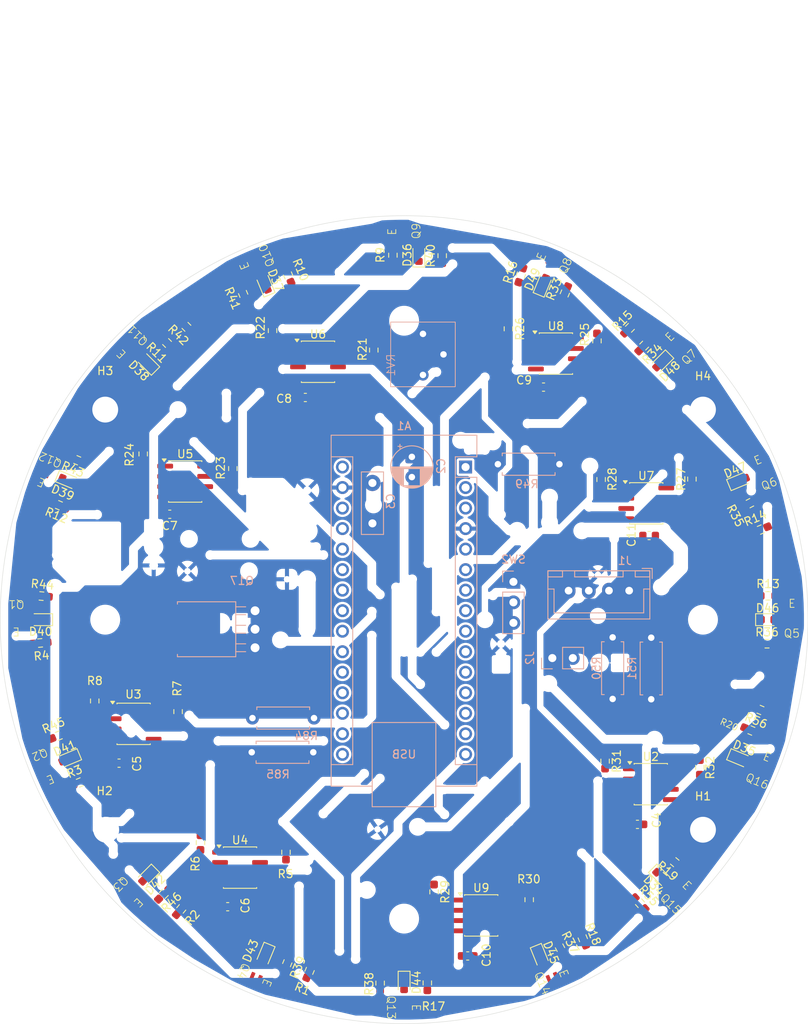
<source format=kicad_pcb>
(kicad_pcb (version 20241229) (generator "pcbnew") (generator_version "9.0")
  (layers (0 "F.Cu" signal) (2 "B.Cu" signal) (13 "F.Paste" user) (15 "B.Paste" user) (5 "F.SilkS" user "F.Silkscreen") (7 "B.SilkS" user "B.Silkscreen") (1 "F.Mask" user) (3 "B.Mask" user) (25 "Edge.Cuts" user))
  (net 0 "")
  (net 4 "VCC")
  (net 5 "Net-(A1-D0{slash}RX)")
  (net 6 "Net-(A1-D1{slash}TX)")
  (net 8 "Net-(A1-D10)")
  (net 11 "GND")
  (net 13 "U7A")
  (net 15 "Net-(D34-K)")
  (net 16 "Net-(D36-K)")
  (net 17 "Net-(D39-K)")
  (net 18 "Net-(D40-K)")
  (net 19 "Net-(D35-K)")
  (net 20 "Net-(D37-K)")
  (net 21 "Net-(D38-K)")
  (net 22 "Net-(D41-K)")
  (net 23 "Net-(D42-K)")
  (net 24 "Net-(D43-K)")
  (net 25 "Net-(D44-K)")
  (net 26 "Net-(D45-K)")
  (net 27 "Net-(D46-K)")
  (net 28 "Net-(D47-K)")
  (net 29 "Net-(D48-K)")
  (net 30 "Net-(D49-K)")
  (net 31 "Net-(J1-Pin_1)")
  (net 32 "Net-(J2-Pin_1)")
  (net 33 "Net-(Q1-E)")
  (net 34 "Net-(Q2-E)")
  (net 35 "Net-(Q3-E)")
  (net 36 "Net-(Q4-E)")
  (net 37 "Net-(Q5-E)")
  (net 38 "Net-(Q6-E)")
  (net 39 "Net-(Q7-E)")
  (net 40 "Net-(Q8-E)")
  (net 41 "Net-(Q9-E)")
  (net 42 "Net-(Q10-E)")
  (net 43 "Net-(Q11-E)")
  (net 44 "Net-(Q12-E)")
  (net 45 "Net-(Q13-E)")
  (net 46 "Net-(Q14-E)")
  (net 47 "Net-(Q15-E)")
  (net 48 "Net-(Q16-E)")
  (net 49 "Net-(Q17-D)")
  (net 50 "Net-(Q17-G)")
  (net 51 "Net-(R50-Pad1)")
  (net 52 "Net-(U2A-+)")
  (net 53 "U3A")
  (net 54 "U3B")
  (net 55 "U4A")
  (net 56 "U4B")
  (net 57 "U6B")
  (net 58 "U6A")
  (net 59 "U5B")
  (net 60 "U5A")
  (net 61 "U8B")
  (net 62 "U8A")
  (net 63 "U7B")
  (net 64 "U9A")
  (net 65 "U9B")
  (net 66 "U2A")
  (net 67 "U2B")
  (footprint "Resistor_SMD:R_0603_1608Metric_Pad0.98x0.95mm_HandSolder" (layer "F.Cu") (at 177.956764 63.875236 -135)
    (property "Reference" "R15" (at 0.056331 1.2744 45) (layer "F.SilkS"))
    (property "Value" "R")
    (pad "1" smd roundrect (at -0.912502 0 225) (size 0.975 0.95) (layers "F.Cu" "F.Mask" "F.Paste") (net 39 "Net-(Q7-E)"))
    (pad "2" smd roundrect (at 0.912502 0 225) (size 0.975 0.95) (layers "F.Cu" "F.Mask" "F.Paste") (net 11 "GND"))
  )
  (footprint "NJL7502R:NJL7502R" (layer "F.Cu") (at 150 148 -90)
    (property "Reference" "Q13" (at 0 1.6 270) (layer "F.SilkS") (effects (font (thickness 0.1))))
    (property "Value" "Q_Photo_NPN" (hide yes))
    (fp_text user "E" (at -0.5 -0.9 270) (layer "F.SilkS") (effects (font (thickness 0.1)) (justify left bottom)))
    (pad "1" smd roundrect (at 0 0.4795 270) (size 1.1 0.461) (layers "F.Cu" "F.Mask" "F.Paste") (roundrect_rratio 0.15) (net 4 "VCC"))
    (pad "2" smd roundrect (at 0 -0.4985 270) (size 1.1 0.483) (layers "F.Cu" "F.Mask" "F.Paste") (roundrect_rratio 0.15) (net 45 "Net-(Q13-E)"))
  )
  (footprint "LED_SMD:LED_0603_1608Metric" (layer "F.Cu") (at 181.819805 131.819805 -45)
    (property "Reference" "D34" (at 0.113413 1.414214 135) (layer "F.SilkS"))
    (property "Value" "LED")
    (pad "1" smd roundrect (at -0.787501 0 315) (size 0.875 0.95) (layers "F.Cu" "F.Mask" "F.Paste") (net 15 "Net-(D34-K)"))
    (pad "2" smd roundrect (at 0.787501 0 315) (size 0.875 0.95) (layers "F.Cu" "F.Mask" "F.Paste") (net 4 "VCC"))
  )
  (footprint "LED_SMD:LED_0603_1608Metric" (layer "F.Cu") (at 166.857297 141.723273 -68)
    (property "Reference" "D45" (at 0 -1.43 112) (layer "F.SilkS"))
    (property "Value" "LED")
    (pad "1" smd roundrect (at -0.7875 0 292) (size 0.875 0.95) (layers "F.Cu" "F.Mask" "F.Paste") (net 26 "Net-(D45-K)"))
    (pad "2" smd roundrect (at 0.7875 0 292) (size 0.875 0.95) (layers "F.Cu" "F.Mask" "F.Paste") (net 4 "VCC"))
  )
  (footprint "Resistor_SMD:R_0603_1608Metric_Pad0.98x0.95mm_HandSolder" (layer "F.Cu") (at 164.456606 57.364267 -107.5)
    (property "Reference" "R16" (at 0.033802 1.343407 72.5) (layer "F.SilkS"))
    (property "Value" "R")
    (pad "1" smd roundrect (at -0.9125 0 252.5) (size 0.975 0.95) (layers "F.Cu" "F.Mask" "F.Paste") (net 40 "Net-(Q8-E)"))
    (pad "2" smd roundrect (at 0.9125 0 252.5) (size 0.975 0.95) (layers "F.Cu" "F.Mask" "F.Paste") (net 11 "GND"))
  )
  (footprint "Resistor_SMD:R_0603_1608Metric_Pad0.98x0.95mm_HandSolder" (layer "F.Cu") (at 172.121171 139.433945 112)
    (property "Reference" "R18" (at 0.014196 1.369003 112) (layer "F.SilkS"))
    (property "Value" "R")
    (pad "1" smd roundrect (at -0.9125 0.000001 112) (size 0.975 0.95) (layers "F.Cu" "F.Mask" "F.Paste") (net 46 "Net-(Q14-E)"))
    (pad "2" smd roundrect (at 0.9125 -0.000001 112) (size 0.975 0.95) (layers "F.Cu" "F.Mask" "F.Paste") (net 11 "GND"))
  )
  (footprint "Resistor_SMD:R_0603_1608Metric_Pad0.98x0.95mm_HandSolder" (layer "F.Cu") (at 133.714 64.2225 -90)
    (property "Reference" "R22" (at -0.357713 1.483342 90) (layer "F.SilkS"))
    (property "Value" "R")
    (pad "1" smd roundrect (at -0.9125 0 270) (size 0.975 0.95) (layers "F.Cu" "F.Mask" "F.Paste") (net 4 "VCC"))
    (pad "2" smd roundrect (at 0.9125 0 270) (size 0.975 0.95) (layers "F.Cu" "F.Mask" "F.Paste") (net 58 "U6A"))
  )
  (footprint "NJL7502R:NJL7502R" (layer "F.Cu") (at 194.346218 118.368805 -22.5)
    (property "Reference" "Q16" (at 0.027204 1.754325 337.5) (layer "F.SilkS") (effects (font (thickness 0.1))))
    (property "Value" "Q_Photo_NPN" (hide yes))
    (fp_text user "E" (at -0.5 -0.9 337.5) (layer "F.SilkS") (effects (font (thickness 0.1)) (justify left bottom)))
    (pad "1" smd roundrect (at 0 0.4795 337.5) (size 1.1 0.461) (layers "F.Cu" "F.Mask" "F.Paste") (roundrect_rratio 0.15) (net 4 "VCC"))
    (pad "2" smd roundrect (at 0 -0.4985 337.5) (size 1.1 0.483) (layers "F.Cu" "F.Mask" "F.Paste") (roundrect_rratio 0.15) (net 48 "Net-(Q16-E)"))
  )
  (footprint "Capacitor_SMD:C_0603_1608Metric" (layer "F.Cu") (at 157.873226 141.620423 180)
    (property "Reference" "C10" (at -2.319011 0.095333 90) (layer "F.SilkS"))
    (property "Value" "C")
    (pad "1" smd roundrect (at -0.775 0 180) (size 0.9 0.95) (layers "F.Cu" "F.Mask" "F.Paste") (net 4 "VCC"))
    (pad "2" smd roundrect (at 0.775 0 180) (size 0.9 0.95) (layers "F.Cu" "F.Mask" "F.Paste") (net 11 "GND"))
  )
  (footprint "Resistor_SMD:R_0603_1608Metric_Pad0.98x0.95mm_HandSolder" (layer "F.Cu") (at 135.653199 57.38504 -67.5)
    (property "Reference" "R10" (at -0.051702 -1.678343 112.5) (layer "F.SilkS"))
    (property "Value" "R")
    (pad "1" smd roundrect (at -0.9125 0 292.5) (size 0.975 0.95) (layers "F.Cu" "F.Mask" "F.Paste") (net 42 "Net-(Q10-E)"))
    (pad "2" smd roundrect (at 0.9125 0 292.5) (size 0.975 0.95) (layers "F.Cu" "F.Mask" "F.Paste") (net 11 "GND"))
  )
  (footprint "Resistor_SMD:R_0603_1608Metric_Pad0.98x0.95mm_HandSolder" (layer "F.Cu") (at 135.538606 142.520267 -112.5)
    (property "Reference" "R39" (at 0 -1.43 67.5) (layer "F.SilkS"))
    (property "Value" "R")
    (pad "1" smd roundrect (at -0.9125 0 247.5) (size 0.975 0.95) (layers "F.Cu" "F.Mask" "F.Paste") (net 24 "Net-(D43-K)"))
    (pad "2" smd roundrect (at 0.9125 0 247.5) (size 0.975 0.95) (layers "F.Cu" "F.Mask" "F.Paste") (net 49 "Net-(Q17-D)"))
  )
  (footprint "Resistor_SMD:R_0603_1608Metric_Pad0.98x0.95mm_HandSolder" (layer "F.Cu") (at 146.247 66.6325 -90)
    (property "Reference" "R21" (at -0.0975 1.399 90) (layer "F.SilkS"))
    (property "Value" "R")
    (pad "1" smd roundrect (at -0.9125 0 270) (size 0.975 0.95) (layers "F.Cu" "F.Mask" "F.Paste") (net 4 "VCC"))
    (pad "2" smd roundrect (at 0.9125 0 270) (size 0.975 0.95) (layers "F.Cu" "F.Mask" "F.Paste") (net 57 "U6B"))
  )
  (footprint "NJL7502R:NJL7502R" (layer "F.Cu") (at 168.369805 144.346218 -67.5)
    (property "Reference" "Q14" (at 0.118082 1.423338 292.5) (layer "F.SilkS") (effects (font (thickness 0.1))))
    (property "Value" "Q_Photo_NPN" (hide yes))
    (fp_text user "E" (at -0.5 -0.9 292.5) (layer "F.SilkS") (effects (font (thickness 0.1)) (justify left bottom)))
    (pad "1" smd roundrect (at 0 0.4795 292.5) (size 1.1 0.461) (layers "F.Cu" "F.Mask" "F.Paste") (roundrect_rratio 0.15) (net 4 "VCC"))
    (pad "2" smd roundrect (at 0 -0.4985 292.5) (size 1.1 0.483) (layers "F.Cu" "F.Mask" "F.Paste") (roundrect_rratio 0.15) (net 46 "Net-(Q14-E)"))
  )
  (footprint "NJL7502R:NJL7502R" (layer "F.Cu") (at 105.653782 118.368805 -157.5)
    (property "Reference" "Q2" (at 0.05778 1.830235 202.5) (layer "F.SilkS") (effects (font (thickness 0.1))))
    (property "Value" "Q_Photo_NPN" (hide yes))
    (fp_text user "E" (at -0.5 -0.9 202.5) (layer "F.SilkS") (effects (font (thickness 0.1)) (justify left bottom)))
    (pad "1" smd roundrect (at 0 0.4795 202.5) (size 1.1 0.461) (layers "F.Cu" "F.Mask" "F.Paste") (roundrect_rratio 0.15) (net 4 "VCC"))
    (pad "2" smd roundrect (at 0 -0.4985 202.5) (size 1.1 0.483) (layers "F.Cu" "F.Mask" "F.Paste") (roundrect_rratio 0.15) (net 34 "Net-(Q2-E)"))
  )
  (footprint "Resistor_SMD:R_0603_1608Metric_Pad0.98x0.95mm_HandSolder" (layer "F.Cu") (at 185.629077 82.600557 -90)
    (property "Reference" "R27" (at 0.0125 1.334 90) (layer "F.SilkS"))
    (property "Value" "R")
    (pad "1" smd roundrect (at -0.9125 0 270) (size 0.975 0.95) (layers "F.Cu" "F.Mask" "F.Paste") (net 4 "VCC"))
    (pad "2" smd roundrect (at 0.9125 0 270) (size 0.975 0.95) (layers "F.Cu" "F.Mask" "F.Paste") (net 63 "U7B"))
  )
  (footprint "Resistor_SMD:R_0603_1608Metric_Pad0.98x0.95mm_HandSolder" (layer "F.Cu") (at 105.109028 97.079529 -5)
    (property "Reference" "R44" (at -0.000001 -1.430002 175) (layer "F.SilkS"))
    (property "Value" "R")
    (pad "1" smd roundrect (at -0.9125 0 355) (size 0.975 0.95) (layers "F.Cu" "F.Mask" "F.Paste") (net 18 "Net-(D40-K)"))
    (pad "2" smd roundrect (at 0.9125 0 355) (size 0.975 0.95) (layers "F.Cu" "F.Mask" "F.Paste") (net 49 "Net-(Q17-D)"))
  )
  (footprint "NJL7502R:NJL7502R" (layer "F.Cu") (at 131.631195 55.653782 112.5)
    (property "Reference" "Q10" (at 0.172585 1.553071 112.5) (layer "F.SilkS") (effects (font (thickness 0.1))))
    (property "Value" "Q_Photo_NPN" (hide yes))
    (fp_text user "E" (at -0.5 -0.9 112.5) (layer "F.SilkS") (effects (font (thickness 0.1)) (justify left bottom)))
    (pad "1" smd roundrect (at 0 0.4795 112.5) (size 1.1 0.461) (layers "F.Cu" "F.Mask" "F.Paste") (roundrect_rratio 0.15) (net 4 "VCC"))
    (pad "2" smd roundrect (at 0 -0.4985 112.5) (size 1.1 0.483) (layers "F.Cu" "F.Mask" "F.Paste") (roundrect_rratio 0.15) (net 42 "Net-(Q10-E)"))
  )
  (footprint "NJL7502R:NJL7502R" (layer "F.Cu") (at 183.941125 133.941125 -45)
    (property "Reference" "Q15" (at 0.224683 1.555635 315) (layer "F.SilkS") (effects (font (thickness 0.1))))
    (property "Value" "Q_Photo_NPN" (hide yes))
    (fp_text user "E" (at -0.499999 -0.9 315) (layer "F.SilkS") (effects (font (thickness 0.1)) (justify left bottom)))
    (pad "1" smd roundrect (at 0 0.4795 315) (size 1.1 0.461) (layers "F.Cu" "F.Mask" "F.Paste") (roundrect_rratio 0.15) (net 4 "VCC"))
    (pad "2" smd roundrect (at 0 -0.4985 315) (size 1.1 0.483) (layers "F.Cu" "F.Mask" "F.Paste") (roundrect_rratio 0.15) (net 47 "Net-(Q15-E)"))
  )
  (footprint "Package_SO:SOIC-8_3.9x4.9mm_P1.27mm" (layer "F.Cu") (at 168.793 67.07)
    (property "Reference" "U8" (at 0 -3.4 0) (layer "F.SilkS"))
    (property "Value" "LM393")
    (pad "1" smd roundrect (at -2.475 -1.905) (size 1.95 0.6) (layers "F.Cu" "F.Mask" "F.Paste") (net 62 "U8A"))
    (pad "2" smd roundrect (at -2.475 -0.635) (size 1.95 0.6) (layers "F.Cu" "F.Mask" "F.Paste") (net 39 "Net-(Q7-E)"))
    (pad "3" smd roundrect (at -2.475 0.635) (size 1.95 0.6) (layers "F.Cu" "F.Mask" "F.Paste") (net 52 "Net-(U2A-+)"))
    (pad "4" smd roundrect (at -2.475 1.905) (size 1.95 0.6) (layers "F.Cu" "F.Mask" "F.Paste") (net 11 "GND"))
    (pad "5" smd roundrect (at 2.475 1.905) (size 1.95 0.6) (layers "F.Cu" "F.Mask" "F.Paste") (net 52 "Net-(U2A-+)"))
    (pad "6" smd roundrect (at 2.475 0.635) (size 1.95 0.6) (layers "F.Cu" "F.Mask" "F.Paste") (net 40 "Net-(Q8-E)"))
    (pad "7" smd roundrect (at 2.475 -0.635) (size 1.95 0.6) (layers "F.Cu" "F.Mask" "F.Paste") (net 61 "U8B"))
    (pad "8" smd roundrect (at 2.475 -1.905) (size 1.95 0.6) (layers "F.Cu" "F.Mask" "F.Paste") (net 4 "VCC"))
  )
  (footprint "LED_SMD:LED_0603_1608Metric" (layer "F.Cu") (at 151.827 54.8675 90)
    (property "Reference" "D36" (at 0 -1.43 90) (layer "F.SilkS"))
    (property "Value" "LED")
    (pad "1" smd roundrect (at -0.7875 0 90) (size 0.875 0.95) (layers "F.Cu" "F.Mask" "F.Paste") (net 16 "Net-(D36-K)"))
    (pad "2" smd roundrect (at 0.7875 0 90) (size 0.875 0.95) (layers "F.Cu" "F.Mask" "F.Paste") (net 4 "VCC"))
  )
  (footprint "LED_SMD:LED_0603_1608Metric" (layer "F.Cu") (at 108.425421 117.220754 -157.5)
    (property "Reference" "D41" (at -0.105505 1.366389 22.5) (layer "F.SilkS"))
    (property "Value" "LED")
    (pad "1" smd roundrect (at -0.7875 0 202.5) (size 0.875 0.95) (layers "F.Cu" "F.Mask" "F.Paste") (net 22 "Net-(D41-K)"))
    (pad "2" smd roundrect (at 0.7875 0 202.5) (size 0.875 0.95) (layers "F.Cu" "F.Mask" "F.Paste") (net 4 "VCC"))
  )
  (footprint "Resistor_SMD:R_0603_1608Metric_Pad0.98x0.95mm_HandSolder" (layer "F.Cu") (at 109.85696 120.149199 22.5)
    (property "Reference" "R3" (at -0.090636 -1.497905 22.5) (layer "F.SilkS"))
    (property "Value" "R")
    (pad "1" smd roundrect (at -0.9125 0 22.5) (size 0.975 0.95) (layers "F.Cu" "F.Mask" "F.Paste") (net 34 "Net-(Q2-E)"))
    (pad "2" smd roundrect (at 0.9125 0 22.5) (size 0.975 0.95) (layers "F.Cu" "F.Mask" "F.Paste") (net 11 "GND"))
  )
  (footprint "Resistor_SMD:R_0603_1608Metric_Pad0.98x0.95mm_HandSolder" (layer "F.Cu") (at 173.876 65.4945 -90)
    (property "Reference" "R25" (at -0.779258 1.503184 90) (layer "F.SilkS"))
    (property "Value" "R")
    (pad "1" smd roundrect (at -0.9125 0 270) (size 0.975 0.95) (layers "F.Cu" "F.Mask" "F.Paste") (net 4 "VCC"))
    (pad "2" smd roundrect (at 0.9125 0 270) (size 0.975 0.95) (layers "F.Cu" "F.Mask" "F.Paste") (net 61 "U8B"))
  )
  (footprint "LED_SMD:LED_0603_1608Metric" (layer "F.Cu") (at 150 145 -90)
    (property "Reference" "D44" (at -0.103 -1.533 90) (layer "F.SilkS"))
    (property "Value" "LED")
    (pad "1" smd roundrect (at -0.7875 0 270) (size 0.875 0.95) (layers "F.Cu" "F.Mask" "F.Paste") (net 25 "Net-(D44-K)"))
    (pad "2" smd roundrect (at 0.7875 0 270) (size 0.875 0.95) (layers "F.Cu" "F.Mask" "F.Paste") (net 4 "VCC"))
  )
  (footprint "Resistor_SMD:R_0603_1608Metric_Pad0.98x0.95mm_HandSolder" (layer "F.Cu") (at 194.928 102.981)
    (property "Reference" "R36" (at 0 -1.43 0) (layer "F.SilkS"))
    (property "Value" "R")
    (pad "1" smd roundrect (at -0.9125 0) (size 0.975 0.95) (layers "F.Cu" "F.Mask" "F.Paste") (net 27 "Net-(D46-K)"))
    (pad "2" smd roundrect (at 0.9125 0) (size 0.975 0.95) (layers "F.Cu" "F.Mask" "F.Paste") (net 49 "Net-(Q17-D)"))
  )
  (footprint "LED_SMD:LED_0603_1608Metric" (layer "F.Cu") (at 167.220754 58.425421 67.5)
    (property "Reference" "D49" (at 0 -1.43 67.5) (layer "F.SilkS"))
    (property "Value" "LED")
    (pad "1" smd roundrect (at -0.7875 0 67.5) (size 0.875 0.95) (layers "F.Cu" "F.Mask" "F.Paste") (net 30 "Net-(D49-K)"))
    (pad "2" smd roundrect (at 0.7875 0 67.5) (size 0.875 0.95) (layers "F.Cu" "F.Mask" "F.Paste") (net 4 "VCC"))
  )
  (footprint "Package_SO:SOIC-8_3.9x4.9mm_P1.27mm" (layer "F.Cu") (at 139.342 68.077)
    (property "Reference" "U6" (at 0 -3.4 0) (layer "F.SilkS"))
    (property "Value" "LM393")
    (pad "1" smd roundrect (at -2.475 -1.905) (size 1.95 0.6) (layers "F.Cu" "F.Mask" "F.Paste") (net 58 "U6A"))
    (pad "2" smd roundrect (at -2.475 -0.635) (size 1.95 0.6) (layers "F.Cu" "F.Mask" "F.Paste") (net 42 "Net-(Q10-E)"))
    (pad "3" smd roundrect (at -2.475 0.635) (size 1.95 0.6) (layers "F.Cu" "F.Mask" "F.Paste") (net 52 "Net-(U2A-+)"))
    (pad "4" smd roundrect (at -2.475 1.905) (size 1.95 0.6) (layers "F.Cu" "F.Mask" "F.Paste") (net 11 "GND"))
    (pad "5" smd roundrect (at 2.475 1.905) (size 1.95 0.6) (layers "F.Cu" "F.Mask" "F.Paste") (net 52 "Net-(U2A-+)"))
    (pad "6" smd roundrect (at 2.475 0.635) (size 1.95 0.6) (layers "F.Cu" "F.Mask" "F.Paste") (net 41 "Net-(Q9-E)"))
    (pad "7" smd roundrect (at 2.475 -0.635) (size 1.95 0.6) (layers "F.Cu" "F.Mask" "F.Paste") (net 57 "U6B"))
    (pad "8" smd roundrect (at 2.475 -1.905) (size 1.95 0.6) (layers "F.Cu" "F.Mask" "F.Paste") (net 4 "VCC"))
  )
  (footprint "Resistor_SMD:R_0603_1608Metric_Pad0.98x0.95mm_HandSolder" (layer "F.Cu") (at 153.708 133.6935 -90)
    (property "Reference" "R29" (at -0.0085 -1.376 90) (layer "F.SilkS"))
    (property "Value" "R")
    (pad "1" smd roundrect (at -0.9125 0 270) (size 0.975 0.95) (layers "F.Cu" "F.Mask" "F.Paste") (net 4 "VCC"))
    (pad "2" smd roundrect (at 0.9125 0 270) (size 0.975 0.95) (layers "F.Cu" "F.Mask" "F.Paste") (net 64 "U9A"))
  )
  (footprint "Resistor_SMD:R_0603_1608Metric_Pad0.98x0.95mm_HandSolder" (layer "F.Cu") (at 135.378 128.7805 -90)
    (property "Reference" "R5" (at 2.692029 0.057254 0) (layer "F.SilkS"))
    (property "Value" "R")
    (pad "1" smd roundrect (at -0.9125 0 270) (size 0.975 0.95) (layers "F.Cu" "F.Mask" "F.Paste") (net 4 "VCC"))
    (pad "2" smd roundrect (at 0.9125 0 270) (size 0.975 0.95) (layers "F.Cu" "F.Mask" "F.Paste") (net 53 "U3A"))
  )
  (footprint "LED_SMD:LED_0603_1608Metric" (layer "F.Cu") (at 191.574579 82.779246 22.5)
    (property "Reference" "D47" (at -0.037693 -1.407836 22.5) (layer "F.SilkS"))
    (property "Value" "LED")
    (pad "1" smd roundrect (at -0.7875 0 22.5) (size 0.875 0.95) (layers "F.Cu" "F.Mask" "F.Paste") (net 28 "Net-(D47-K)"))
    (pad "2" smd roundrect (at 0.7875 0 22.5) (size 0.875 0.95) (layers "F.Cu" "F.Mask" "F.Paste") (net 4 "VCC"))
  )
  (footprint "Resistor_SMD:R_0603_1608Metric_Pad0.98x0.95mm_HandSolder" (layer "F.Cu") (at 107.269 85.836 -22.5)
    (property "Reference" "R12" (at 0.19997 1.282282 157.5) (layer "F.SilkS"))
    (property "Value" "R")
    (pad "1" smd roundrect (at -0.9125 0 337.5) (size 0.975 0.95) (layers "F.Cu" "F.Mask" "F.Paste") (net 44 "Net-(Q12-E)"))
    (pad "2" smd roundrect (at 0.9125 0 337.5) (size 0.975 0.95) (layers "F.Cu" "F.Mask" "F.Paste") (net 11 "GND"))
  )
  (footprint "Package_SO:SOIC-8_3.9x4.9mm_P1.27mm" (layer "F.Cu") (at 159.55 136.606)
    (property "Reference" "U9" (at 0 -3.4 0) (layer "F.SilkS"))
    (property "Value" "LM393")
    (pad "1" smd roundrect (at -2.475 -1.905) (size 1.95 0.6) (layers "F.Cu" "F.Mask" "F.Paste") (net 64 "U9A"))
    (pad "2" smd roundrect (at -2.475 -0.635) (size 1.95 0.6) (layers "F.Cu" "F.Mask" "F.Paste") (net 52 "Net-(U2A-+)"))
    (pad "3" smd roundrect (at -2.475 0.635) (size 1.95 0.6) (layers "F.Cu" "F.Mask" "F.Paste") (net 45 "Net-(Q13-E)"))
    (pad "4" smd roundrect (at -2.475 1.905) (size 1.95 0.6) (layers "F.Cu" "F.Mask" "F.Paste") (net 11 "GND"))
    (pad "5" smd roundrect (at 2.475 1.905) (size 1.95 0.6) (layers "F.Cu" "F.Mask" "F.Paste") (net 46 "Net-(Q14-E)"))
    (pad "6" smd roundrect (at 2.475 0.635) (size 1.95 0.6) (layers "F.Cu" "F.Mask" "F.Paste") (net 52 "Net-(U2A-+)"))
    (pad "7" smd roundrect (at 2.475 -0.635) (size 1.95 0.6) (layers "F.Cu" "F.Mask" "F.Paste") (net 65 "U9B"))
    (pad "8" smd roundrect (at 2.475 -1.905) (size 1.95 0.6) (layers "F.Cu" "F.Mask" "F.Paste") (net 4 "VCC"))
  )
  (footprint "Capacitor_SMD:C_0603_1608Metric" (layer "F.Cu") (at 137.775 72.5 180)
    (property "Reference" "C8" (at 2.636 -0.147 0) (layer "F.SilkS"))
    (property "Value" "C")
    (pad "1" smd roundrect (at -0.775 0 180) (size 0.9 0.95) (layers "F.Cu" "F.Mask" "F.Paste") (net 4 "VCC"))
    (pad "2" smd roundrect (at 0.775 0 180) (size 0.9 0.95) (layers "F.Cu" "F.Mask" "F.Paste") (net 11 "GND"))
  )
  (footprint "Capacitor_SMD:C_0603_1608Metric" (layer "F.Cu") (at 128.161796 135.524936 180)
    (property "Reference" "C6" (at -2.179879 0.14651 90) (layer "F.SilkS"))
    (property "Value" "C")
    (pad "1" smd roundrect (at -0.775 0 180) (size 0.9 0.95) (layers "F.Cu" "F.Mask" "F.Paste") (net 4 "VCC"))
    (pad "2" smd roundrect (at 0.775 0 180) (size 0.9 0.95) (layers "F.Cu" "F.Mask" "F.Paste") (net 11 "GND"))
  )
  (footprint "Resistor_SMD:R_0603_1608Metric_Pad0.98x0.95mm_HandSolder" (layer "F.Cu") (at 122.02 111.38 -90)
    (property "Reference" "R7" (at -2.857135 0.099926 90) (layer "F.SilkS"))
    (property "Value" "R")
    (pad "1" smd roundrect (at -0.9125 0 270) (size 0.975 0.95) (layers "F.Cu" "F.Mask" "F.Paste") (net 4 "VCC"))
    (pad "2" smd roundrect (at 0.9125 0 270) (size 0.975 0.95) (layers "F.Cu" "F.Mask" "F.Paste") (net 55 "U4A"))
  )
  (footprint "LED_SMD:LED_0603_1608Metric" (layer "F.Cu") (at 195 100)
    (property "Reference" "D46" (at 0 -1.43 0) (layer "F.SilkS"))
    (property "Value" "LED")
    (pad "1" smd roundrect (at -0.7875 0) (size 0.875 0.95) (layers "F.Cu" "F.Mask" "F.Paste") (net 27 "Net-(D46-K)"))
    (pad "2" smd roundrect (at 0.7875 0) (size 0.875 0.95) (layers "F.Cu" "F.Mask" "F.Paste") (net 4 "VCC"))
  )
  (footprint "Resistor_SMD:R_0603_1608Metric_Pad0.98x0.95mm_HandSolder" (layer "F.Cu") (at 162.915 63.9995 -90)
    (property "Reference" "R26" (at 0.000001 -1.43 90) (layer "F.SilkS"))
    (property "Value" "R")
    (pad "1" smd roundrect (at -0.9125 0 270) (size 0.975 0.95) (layers "F.Cu" "F.Mask" "F.Paste") (net 4 "VCC"))
    (pad "2" smd roundrect (at 0.9125 0 270) (size 0.975 0.95) (layers "F.Cu" "F.Mask" "F.Paste") (net 62 "U8A"))
  )
  (footprint "Package_SO:SOIC-8_3.9x4.9mm_P1.27mm" (layer "F.Cu") (at 122.9 82.9)
    (property "Reference" "U5" (at 0 -3.4 0) (layer "F.SilkS"))
    (property "Value" "LM393")
    (pad "1" smd roundrect (at -2.475 -1.905) (size 1.95 0.6) (layers "F.Cu" "F.Mask" "F.Paste") (net 60 "U5A"))
    (pad "2" smd roundrect (at -2.475 -0.635) (size 1.95 0.6) (layers "F.Cu" "F.Mask" "F.Paste") (net 44 "Net-(Q12-E)"))
    (pad "3" smd roundrect (at -2.475 0.635) (size 1.95 0.6) (layers "F.Cu" "F.Mask" "F.Paste") (net 52 "Net-(U2A-+)"))
    (pad "4" smd roundrect (at -2.475 1.905) (size 1.95 0.6) (layers "F.Cu" "F.Mask" "F.Paste") (net 11 "GND"))
    (pad "5" smd roundrect (at 2.475 1.905) (size 1.95 0.6) (layers "F.Cu" "F.Mask" "F.Paste") (net 52 "Net-(U2A-+)"))
    (pad "6" smd roundrect (at 2.475 0.635) (size 1.95 0.6) (layers "F.Cu" "F.Mask" "F.Paste") (net 43 "Net-(Q11-E)"))
    (pad "7" smd roundrect (at 2.475 -0.635) (size 1.95 0.6) (layers "F.Cu" "F.Mask" "F.Paste") (net 59 "U5B"))
    (pad "8" smd roundrect (at 2.475 -1.905) (size 1.95 0.6) (layers "F.Cu" "F.Mask" "F.Paste") (net 4 "VCC"))
  )
  (footprint "Resistor_SMD:R_0603_1608Metric_Pad0.98x0.95mm_HandSolder" (layer "F.Cu") (at 120.254765 133.945235 -135)
    (property "Reference" "R46" (at 0.077449 -1.414214 45) (layer "F.SilkS"))
    (property "Value" "R")
    (pad "1" smd roundrect (at -0.9125 0 225) (size 0.975 0.95) (layers "F.Cu" "F.Mask" "F.Paste") (net 23 "Net-(D42-K)"))
    (pad "2" smd roundrect (at 0.9125 0 225) (size 0.975 0.95) (layers "F.Cu" "F.Mask" "F.Paste") (net 49 "Net-(Q17-D)"))
  )
  (footprint "NJL7502R:NJL7502R" (layer "F.Cu") (at 150 52 90)
    (property "Reference" "Q9" (at 0.1 1.5 90) (layer "F.SilkS") (effects (font (thickness 0.1))))
    (property "Value" "Q_Photo_NPN" (hide yes))
    (fp_text user "E" (at -0.5 -0.9 90) (layer "F.SilkS") (effects (font (thickness 0.1)) (justify left bottom)))
    (pad "1" smd roundrect (at 0 0.4795 90) (size 1.1 0.461) (layers "F.Cu" "F.Mask" "F.Paste") (roundrect_rratio 0.15) (net 4 "VCC"))
    (pad "2" smd roundrect (at 0 -0.4985 90) (size 1.1 0.483) (layers "F.Cu" "F.Mask" "F.Paste") (roundrect_rratio 0.15) (net 41 "Net-(Q9-E)"))
  )
  (footprint "Resistor_SMD:R_0603_1608Metric_Pad0.98x0.95mm_HandSolder" (layer "F.Cu") (at 194.116 111.175 157.5)
    (property "Reference" "R56" (at 0 -1.43 157.5) (layer "F.SilkS"))
    (property "Value" "R")
    (pad "1" smd roundrect (at -0.9125 0 157.5) (size 0.975 0.95) (layers "F.Cu" "F.Mask" "F.Paste") (net 19 "Net-(D35-K)"))
    (pad "2" smd roundrect (at 0.9125 0 157.5) (size 0.975 0.95) (layers "F.Cu" "F.Mask" "F.Paste") (net 49 "Net-(Q17-D)"))
  )
  (footprint "Resistor_SMD:R_0603_1608Metric_Pad0.98x0.95mm_HandSolder" (layer "F.Cu") (at 111.702 110.062 -90)
    (property "Reference" "R8" (at -2.491542 -0.01093 0) (layer "F.SilkS"))
    (property "Value" "R")
    (pad "1" smd roundrect (at -0.9125 0 270) (size 0.975 0.95) (layers "F.Cu" "F.Mask" "F.Paste") (net 4 "VCC"))
    (pad "2" smd roundrect (at 0.9125 0 270) (size 0.975 0.95) (layers "F.Cu" "F.Mask" "F.Paste") (net 56 "U4B"))
  )
  (footprint "Resistor_SMD:R_0603_1608Metric_Pad0.98x0.95mm_HandSolder" (layer "F.Cu") (at 147.032 144.9815 -90)
    (property "Reference" "R38" (at 0.0995 1.356 90) (layer "F.SilkS"))
    (property "Value" "R")
    (pad "1" smd roundrect (at -0.9125 0 270) (size 0.975 0.95) (layers "F.Cu" "F.Mask" "F.Paste") (net 25 "Net-(D44-K)"))
    (pad "2" smd roundrect (at 0.9125 0 270) (size 0.975 0.95) (layers "F.Cu" "F.Mask" "F.Paste") (net 49 "Net-(Q17-D)"))
  )
  (footprint "Resistor_SMD:R_0603_1608Metric_Pad0.98x0.95mm_HandSolder" (layer "F.Cu") (at 152.876 144.9565 90)
    (property "Reference" "R17" (at -2.902161 0.759113 0) (layer "F.SilkS"))
    (property "Value" "R")
    (pad "1" smd roundrect (at -0.9125 0 90) (size 0.975 0.95) (layers "F.Cu" "F.Mask" "F.Paste") (net 45 "Net-(Q13-E)"))
    (pad "2" smd roundrect (at 0.9125 0 90) (size 0.975 0.95) (layers "F.Cu" "F.Mask" "F.Paste") (net 11 "GND"))
  )
  (footprint "Resistor_SMD:R_0603_1608Metric_Pad0.98x0.95mm_HandSolder" (layer "F.Cu") (at 138.298 143.466 67.5)
    (property "Reference" "R1" (at -2.39942 0.031841 157.5) (layer "F.SilkS"))
    (property "Value" "R")
    (pad "1" smd roundrect (at -0.9125 0 67.5) (size 0.975 0.95) (layers "F.Cu" "F.Mask" "F.Paste") (net 36 "Net-(Q4-E)"))
    (pad "2" smd roundrect (at 0.9125 0 67.5) (size 0.975 0.95) (layers "F.Cu" "F.Mask" "F.Paste") (net 11 "GND"))
  )
  (footprint "NJL7502R:NJL7502R" (layer "F.Cu") (at 168.368805 55.653782 67.5)
    (property "Reference" "Q8" (at 0.119592 1.716056 67.5) (layer "F.SilkS") (effects (font (thickness 0.1))))
    (property "Value" "Q_Photo_NPN" (hide yes))
    (fp_text user "E" (at -0.5 -0.9 67.5) (layer "F.SilkS") (effects (font (thickness 0.1)) (justify left bottom)))
    (pad "1" smd roundrect (at 0 0.4795 67.5) (size 1.1 0.461) (layers "F.Cu" "F.Mask" "F.Paste") (roundrect_rratio 0.15) (net 4 "VCC"))
    (pad "2" smd roundrect (at 0 -0.4985 67.5) (size 1.1 0.483) (layers "F.Cu" "F.Mask" "F.Paste") (roundrect_rratio 0.15) (net 40 "Net-(Q8-E)"))
  )
  (footprint "Resistor_SMD:R_0603_1608Metric_Pad0.98x0.95mm_HandSolder" (layer "F.Cu") (at 122.413456 135.799016 50)
    (property "Reference" "R2" (at 0.052363 1.756519 50) (layer "F.SilkS"))
    (property "Value" "R")
    (pad "1" smd roundrect (at -0.912501 0 50) (size 0.975 0.95) (layers "F.Cu" "F.Mask" "F.Paste") (net 35 "Net-(Q3-E)"))
    (pad "2" smd roundrect (at 0.912501 0 50) (size 0.975 0.95) (layers "F.Cu" "F.Mask" "F.Paste") (net 11 "GND"))
  )
  (footprint "Capacitor_SMD:C_0603_1608Metric" (layer "F.Cu") (at 114.712489 117.759479 180)
    (property "Reference" "C5" (at -2.219587 -0.071605 90) (layer "F.SilkS"))
    (property "Value" "C")
    (pad "1" smd roundrect (at -0.775 0 180) (size 0.9 0.95) (layers "F.Cu" "F.Mask" "F.Paste") (net 4 "VCC"))
    (pad "2" smd roundrect (at 0.775 0 180) (size 0.9 0.95) (layers "F.Cu" "F.Mask" "F.Paste") (net 11 "GND"))
  )
  (footprint "Resistor_SMD:R_0603_1608Metric_Pad0.98x0.95mm_HandSolder" (layer "F.Cu") (at 154.717 54.949 90)
    (property "Reference" "R40" (at 0 -1.43 90) (layer "F.SilkS"))
    (property "Value" "R")
    (pad "1" smd roundrect (at -0.9125 0 90) (size 0.975 0.95) (layers "F.Cu" "F.Mask" "F.Paste") (net 16 "Net-(D36-K)"))
    (pad "2" smd roundrect (at 0.9125 0 90) (size 0.975 0.95) (layers "F.Cu" "F.Mask" "F.Paste") (net 49 "Net-(Q17-D)"))
  )
  (footprint "MountingHole:MountingHole_3.2mm_M3" (layer "F.Cu") (at 187 126)
    (property "Reference" "H1" (at 0 -4.15 0) (layer "F.SilkS"))
    (property "Value" "MountingHole")
    (pad "" np_thru_hole circle (at 0 0) (size 3.2 3.2) (drill 3.2) (layers "*.Cu" "*.Mask"))
  )
  (footprint "NJL7502R:NJL7502R" (layer "F.Cu") (at 102 100 180)
    (property "Reference" "Q1" (at 0 1.9 180) (layer "F.SilkS") (effects (font (thickness 0.1))))
    (property "Value" "Q_Photo_NPN" (hide yes))
    (fp_text user "E" (at -0.5 -0.9 180) (layer "F.SilkS") (effects (font (thickness 0.1)) (justify left bottom)))
    (pad "1" smd roundrect (at 0 0.4795 180) (size 1.1 0.461) (layers "F.Cu" "F.Mask" "F.Paste") (roundrect_rratio 0.15) (net 4 "VCC"))
    (pad "2" smd roundrect (at 0 -0.4985 180) (size 1.1 0.483) (layers "F.Cu" "F.Mask" "F.Paste") (roundrect_rratio 0.15) (net 33 "Net-(Q1-E)"))
  )
  (footprint "Resistor_SMD:R_0603_1608Metric_Pad0.98x0.95mm_HandSolder" (layer "F.Cu") (at 179.2 135.1 -48)
    (property "Reference" "R55" (at 0 -1.43 132) (layer "F.SilkS"))
    (property "Value" "R")
    (pad "1" smd roundrect (at -0.9125 0 312) (size 0.975 0.95) (layers "F.Cu" "F.Mask" "F.Paste") (net 15 "Net-(D34-K)"))
    (pad "2" smd roundrect (at 0.9125 0 312) (size 0.975 0.95) (layers "F.Cu" "F.Mask" "F.Paste") (net 49 "Net-(Q17-D)"))
  )
  (footprint "Resistor_SMD:R_0603_1608Metric_Pad0.98x0.95mm_HandSolder" (layer "F.Cu") (at 123.054765 63.754765 135)
    (property "Reference" "R42" (at 0.000001 -1.43 135) (layer "F.SilkS"))
    (property "Value" "R")
    (pad "1" smd roundrect (at -0.9125 0 135) (size 0.975 0.95) (layers "F.Cu" "F.Mask" "F.Paste") (net 21 "Net-(D38-K)"))
    (pad "2" smd roundrect (at 0.9125 0 135) (size 0.975 0.95) (layers "F.Cu" "F.Mask" "F.Paste") (net 49 "Net-(Q17-D)"))
  )
  (footprint "NJL7502R:NJL7502R" (layer "F.Cu") (at 198 100)
    (property "Reference" "Q5" (at 0 1.7 0) (layer "F.SilkS") (effects (font (thickness 0.1))))
    (property "Value" "Q_Photo_NPN" (hide yes))
    (fp_text user "E" (at -0.5 -1.4 0) (layer "F.SilkS") (effects (font (thickness 0.1)) (justify left bottom)))
    (pad "1" smd roundrect (at 0 0.4795) (size 1.1 0.461) (layers "F.Cu" "F.Mask" "F.Paste") (roundrect_rratio 0.15) (net 4 "VCC"))
    (pad "2" smd roundrect (at 0 -0.4985) (size 1.1 0.483) (layers "F.Cu" "F.Mask" "F.Paste") (roundrect_rratio 0.15) (net 37 "Net-(Q5-E)"))
  )
  (footprint "LED_SMD:LED_0603_1608Metric" (layer "F.Cu") (at 108.425421 82.779246 -22.5)
    (property "Reference" "D39" (at -0.057533 1.641741 157.5) (layer "F.SilkS"))
    (property "Value" "LED")
    (pad "1" smd roundrect (at -0.7875 0 337.5) (size 0.875 0.95) (layers "F.Cu" "F.Mask" "F.Paste") (net 17 "Net-(D39-K)"))
    (pad "2" smd roundrect (at 0.7875 0 337.5) (size 0.875 0.95) (layers "F.Cu" "F.Mask" "F.Paste") (net 4 "VCC"))
  )
  (footprint "NJL7502R:NJL7502R" (layer "F.Cu") (at 105.653782 81.631195 157.5)
    (property "Reference" "Q12" (at 0.043055 1.53128 157.5) (layer "F.SilkS") (effects (font (thickness 0.1))))
    (property "Value" "Q_Photo_NPN" (hide yes))
    (fp_text user "E" (at -0.5 -0.9 157.5) (layer "F.SilkS") (effects (font (thickness 0.1)) (justify left bottom)))
    (pad "1" smd roundrect (at 0 0.4795 157.5) (size 1.1 0.461) (layers "F.Cu" "F.Mask" "F.Paste") (roundrect_rratio 0.15) (net 4 "VCC"))
    (pad "2" smd roundrect (at 0 -0.4985 157.5) (size 1.1 0.483) (layers "F.Cu" "F.Mask" "F.Paste") (roundrect_rratio 0.15) (net 44 "Net-(Q12-E)"))
  )
  (footprint "Resistor_SMD:R_0603_1608Metric_Pad0.98x0.95mm_HandSolder" (layer "F.Cu") (at 128.800199 81.29796 -90)
    (property "Reference" "R23" (at -0.077953 1.502393 90) (layer "F.SilkS"))
    (property "Value" "R")
    (pad "1" smd roundrect (at -0.9125 0 270) (size 0.975 0.95) (layers "F.Cu" "F.Mask" "F.Paste") (net 4 "VCC"))
    (pad "2" smd roundrect (at 0.9125 0 270) (size 0.975 0.95) (layers "F.Cu" "F.Mask" "F.Paste") (net 59 "U5B"))
  )
  (footprint "Resistor_SMD:R_0603_1608Metric_Pad0.98x0.95mm_HandSolder" (layer "F.Cu") (at 194.15696 88.849199 -157.5)
    (property "Reference" "R14" (at 0.081442 1.55428 22.5) (layer "F.SilkS"))
    (property "Value" "R")
    (pad "1" smd roundrect (at -0.9125 0 202.5) (size 0.975 0.95) (layers "F.Cu" "F.Mask" "F.Paste") (net 38 "Net-(Q6-E)"))
    (pad "2" smd roundrect (at 0.9125 0 202.5) (size 0.975 0.95) (layers "F.Cu" "F.Mask" "F.Paste") (net 11 "GND"))
  )
  (footprint "Package_SO:SOIC-8_3.9x4.9mm_P1.27mm" (layer "F.Cu") (at 180.541 120.363)
    (property "Reference" "U2" (at 0 -3.4 0) (layer "F.SilkS"))
    (property "Value" "LM393")
    (pad "1" smd roundrect (at -2.475 -1.905) (size 1.95 0.6) (layers "F.Cu" "F.Mask" "F.Paste") (net 66 "U2A"))
    (pad "2" smd roundrect (at -2.475 -0.635) (size 1.95 0.6) (layers "F.Cu" "F.Mask" "F.Paste") (net 47 "Net-(Q15-E)"))
    (pad "3" smd roundrect (at -2.475 0.635) (size 1.95 0.6) (layers "F.Cu" "F.Mask" "F.Paste") (net 52 "Net-(U2A-+)"))
    (pad "4" smd roundrect (at -2.475 1.905) (size 1.95 0.6) (layers "F.Cu" "F.Mask" "F.Paste") (net 11 "GND"))
    (pad "5" smd roundrect (at 2.475 1.905) (size 1.95 0.6) (layers "F.Cu" "F.Mask" "F.Paste") (net 52 "Net-(U2A-+)"))
    (pad "6" smd roundrect (at 2.475 0.635) (size 1.95 0.6) (layers "F.Cu" "F.Mask" "F.Paste") (net 48 "Net-(Q16-E)"))
    (pad "7" smd roundrect (at 2.475 -0.635) (size 1.95 0.6) (layers "F.Cu" "F.Mask" "F.Paste") (net 67 "U2B"))
    (pad "8" smd roundrect (at 2.475 -1.905) (size 1.95 0.6) (layers "F.Cu" "F.Mask" "F.Paste") (net 4 "VCC"))
  )
  (footprint "Resistor_SMD:R_0603_1608Metric_Pad0.98x0.95mm_HandSolder" (layer "F.Cu") (at 104.951972 102.88253 5)
    (property "Reference" "R4" (at 0.028022 1.605377 5) (layer "F.SilkS"))
    (property "Value" "R")
    (pad "1" smd roundrect (at -0.9125 0 5) (size 0.975 0.95) (layers "F.Cu" "F.Mask" "F.Paste") (net 33 "Net-(Q1-E)"))
    (pad "2" smd roundrect (at 0.9125 0 5) (size 0.975 0.95) (layers "F.Cu" "F.Mask" "F.Paste") (net 11 "GND"))
  )
  (footprint "Resistor_SMD:R_0603_1608Metric_Pad0.98x0.95mm_HandSolder" (layer "F.Cu") (at 165.486 134.662 -90)
    (property "Reference" "R30" (at -2.54296 0.042325 0) (layer "F.SilkS"))
    (property "Value" "R")
    (pad "1" smd roundrect (at -0.9125 0 270) (size 0.975 0.95) (layers "F.Cu" "F.Mask" "F.Paste") (net 4 "VCC"))
    (pad "2" smd roundrect (at 0.9125 0 270) (size 0.975 0.95) (layers "F.Cu" "F.Mask" "F.Paste") (net 65 "U9B"))
  )
  (footprint "Resistor_SMD:R_0603_1608Metric_Pad0.98x0.95mm_HandSolder" (layer "F.Cu") (at 169.901199 59.62496 67.5)
    (property "Reference" "R33" (at 0 -1.43 67.5) (layer "F.SilkS"))
    (property "Value" "R")
    (pad "1" smd roundrect (at -0.9125 0 67.5) (size 0.975 0.95) (layers "F.Cu" "F.Mask" "F.Paste") (net 30 "Net-(D49-K)"))
    (pad "2" smd roundrect (at 0.9125 0 67.5) (size 0.975 0.95) (layers "F.Cu" "F.Mask" "F.Paste") (net 49 "Net-(Q17-D)"))
  )
  (footprint "NJL7502R:NJL7502R" (layer "F.Cu") (at 194.346218 81.631195 22.5)
    (property "Reference" "Q6" (at 0.188436 1.776115 22.5) (layer "F.SilkS") (effects (font (thickness 0.1))))
    (property "Value" "Q_Photo_NPN" (hide yes))
    (fp_text user "E" (at -0.5 -0.9 22.5) (layer "F.SilkS") (effects (font (thickness 0.1)) (justify left bottom)))
    (pad "1" smd roundrect (at 0 0.4795 22.5) (size 1.1 0.461) (layers "F.Cu" "F.Mask" "F.Paste") (roundrect_rratio 0.15) (net 4 "VCC"))
    (pad "2" smd roundrect (at 0 -0.4985 22.5) (size 1.1 0.483) (layers "F.Cu" "F.Mask" "F.Paste") (roundrect_rratio 0.15) (net 38 "Net-(Q6-E)"))
  )
  (footprint "LED_SMD:LED_0603_1608Metric" (layer "F.Cu") (at 191.574579 117.220754 -22.5)
    (property "Reference" "D35" (at 0 -1.43 157.5) (layer "F.SilkS"))
    (property "Value" "LED")
    (pad "1" smd roundrect (at -0.7875 0 337.5) (size 0.875 0.95) (layers "F.Cu" "F.Mask" "F.Paste") (net 19 "Net-(D35-K)"))
    (pad "2" smd roundrect (at 0.7875 0 337.5) (size 0.875 0.95) (layers "F.Cu" "F.Mask" "F.Paste") (net 4 "VCC"))
  )
  (footprint "NJL7502R:NJL7502R" (layer "F.Cu") (at 116.058875 133.941125 -135)
    (property "Reference" "Q3" (at -0.05816 1.697056 225) (layer "F.SilkS") (effects (font (thickness 0.1))))
    (property "Value" "Q_Photo_NPN" (hide yes))
    (fp_text user "E" (at -0.499999 -0.9 225) (layer "F.SilkS") (effects (font (thickness 0.1)) (justify left bottom)))
    (pad "1" smd roundrect (at 0 0.4795 225) (size 1.1 0.461) (layers "F.Cu" "F.Mask" "F.Paste") (roundrect_rratio 0.15) (net 4 "VCC"))
    (pad "2" smd roundrect (at 0 -0.4985 225) (size 1.1 0.483) (layers "F.Cu" "F.Mask" "F.Paste") (roundrect_rratio 0.15) (net 35 "Net-(Q3-E)"))
  )
  (footprint "Package_SO:SOIC-8_3.9x4.9mm_P1.27mm" (layer "F.Cu") (at 179.979077 85.603057)
    (property "Reference" "U7" (at 0 -3.4 0) (layer "F.SilkS"))
    (property "Value" "LM393")
    (pad "1" smd roundrect (at -2.475 -1.905) (size 1.95 0.6) (layers "F.Cu" "F.Mask" "F.Paste") (net 13 "U7A"))
    (pad "2" smd roundrect (at -2.475 -0.635) (size 1.95 0.6) (layers "F.Cu" "F.Mask" "F.Paste") (net 37 "Net-(Q5-E)"))
    (pad "3" smd roundrect (at -2.475 0.635) (size 1.95 0.6) (layers "F.Cu" "F.Mask" "F.Paste") (net 52 "Net-(U2A-+)"))
    (pad "4" smd roundrect (at -2.475 1.905) (size 1.95 0.6) (layers "F.Cu" "F.Mask" "F.Paste") (net 11 "GND"))
    (pad "5" smd roundrect (at 2.475 1.905) (size 1.95 0.6) (layers "F.Cu" "F.Mask" "F.Paste") (net 52 "Net-(U2A-+)"))
    (pad "6" smd roundrect (at 2.475 0.635) (size 1.95 0.6) (layers "F.Cu" "F.Mask" "F.Paste") (net 38 "Net-(Q6-E)"))
    (pad "7" smd roundrect (at 2.475 -0.635) (size 1.95 0.6) (layers "F.Cu" "F.Mask" "F.Paste") (net 63 "U7B"))
    (pad "8" smd roundrect (at 2.475 -1.905) (size 1.95 0.6) (layers "F.Cu" "F.Mask" "F.Paste") (net 4 "VCC"))
  )
  (footprint "Capacitor_SMD:C_0603_1608Metric" (layer "F.Cu") (at 178.886601 125.335796 180)
    (property "Reference" "C4" (at -2.372726 0.517903 90) (layer "F.SilkS"))
    (property "Value" "C")
    (pad "1" smd roundrect (at -0.775 0 180) (size 0.9 0.95) (layers "F.Cu" "F.Mask" "F.Paste") (net 4 "VCC"))
    (pad "2" smd roundrect (at 0.775 0 180) (size 0.9 0.95) (layers "F.Cu" "F.Mask" "F.Paste") (net 11 "GND"))
  )
  (footprint "Resistor_SMD:R_0603_1608Metric_Pad0.98x0.95mm_HandSolder" (layer "F.Cu") (at 120.654765 65.754765 -45)
    (property "Reference" "R11" (at -0.064014 1.754332 135) (layer "F.SilkS"))
    (property "Value" "R")
    (pad "1" smd roundrect (at -0.9125 0 315) (size 0.975 0.95) (layers "F.Cu" "F.Mask" "F.Paste") (net 43 "Net-(Q11-E)"))
    (pad "2" smd roundrect (at 0.9125 0 315) (size 0.975 0.95) (layers "F.Cu" "F.Mask" "F.Paste") (net 11 "GND"))
  )
  (footprint "Capacitor_SMD:C_0603_1608Metric" (layer "F.Cu") (at 180.332077 89.588057 180)
    (property "Reference" "C11" (at 2.188461 0.046145 90) (layer "F.SilkS"))
    (property "Value" "C")
    (pad "1" smd roundrect (at -0.775 0 180) (size 0.9 0.95) (layers "F.Cu" "F.Mask" "F.Paste") (net 4 "VCC"))
    (pad "2" smd roundrect (at 0.775 0 180) (size 0.9 0.95) (layers "F.Cu" "F.Mask" "F.Paste") (net 11 "GND"))
  )
  (footprint "Resistor_SMD:R_0603_1608Metric_Pad0.98x0.95mm_HandSolder" (layer "F.Cu") (at 192.994 113.722 157.5)
    (property "Reference" "R20" (at 2.819468 -0.374962 157.499) (layer "F.SilkS") (effects (font (size 0.8 0.8) (thickness 0.1))))
    (property "Value" "R")
    (pad "1" smd roundrect (at -0.9125 0 157.5) (size 0.975 0.95) (layers "F.Cu" "F.Mask" "F.Paste") (net 48 "Net-(Q16-E)"))
    (pad "2" smd roundrect (at 0.9125 0 157.5) (size 0.975 0.95) (layers "F.Cu" "F.Mask" "F.Paste") (net 11 "GND"))
  )
  (footprint "Resistor_SMD:R_0603_1608Metric_Pad0.98x0.95mm_HandSolder" (layer "F.Cu") (at 130.077 59.681 112.5)
    (property "Reference" "R41" (at -0.000001 -1.43 112.5) (layer "F.SilkS"))
    (property "Value" "R")
    (pad "1" smd roundrect (at -0.9125 0 112.5) (size 0.975 0.95) (layers "F.Cu" "F.Mask" "F.Paste") (net 20 "Net-(D37-K)"))
    (pad "2" smd roundrect (at 0.9125 0 112.5) (size 0.975 0.95) (layers "F.Cu" "F.Mask" "F.Paste") (net 49 "Net-(Q17-D)"))
  )
  (footprint "Resistor_SMD:R_0603_1608Metric_Pad0.98x0.95mm_HandSolder" (layer "F.Cu") (at 183.500984 130.013456 140)
    (property "Reference" "R19" (at -0.000001 -1.43 140) (layer "F.SilkS"))
    (property "Value" "R")
    (pad "1" smd roundrect (at -0.912501 0 140) (size 0.975 0.95) (layers "F.Cu" "F.Mask" "F.Paste") (net 47 "Net-(Q15-E)"))
    (pad "2" smd roundrect (at 0.912501 0 140) (size 0.975 0.95) (layers "F.Cu" "F.Mask" "F.Paste") (net 11 "GND"))
  )
  (footprint "NJL7502R:NJL7502R" (layer "F.Cu") (at 183.941125 66.058875 45)
    (property "Reference" "Q7" (at -0.05816 1.979899 45) (layer "F.SilkS") (effects (font (thickness 0.1))))
    (property "Value" "Q_Photo_NPN" (hide yes))
    (fp_text user "E" (at -0.499999 -0.9 45) (layer "F.SilkS") (effects (font (thickness 0.1)) (justify left bottom)))
    (pad "1" smd roundrect (at 0 0.4795 45) (size 1.1 0.461) (layers "F.Cu" "F.Mask" "F.Paste") (roundrect_rratio 0.15) (net 4 "VCC"))
    (pad "2" smd roundrect (at 0 -0.4985 45) (size 1.1 0.483) (layers "F.Cu" "F.Mask" "F.Paste") (roundrect_rratio 0.15) (net 39 "Net-(Q7-E)"))
  )
  (footprint "Resistor_SMD:R_0603_1608Metric_Pad0.98x0.95mm_HandSolder" (layer "F.Cu") (at 179.716984 66.076544 -135)
    (property "Reference" "R34" (at 0.000001 -1.43 45) (layer "F.SilkS"))
    (property "Value" "R")
    (pad "1" smd roundrect (at -0.9125 0 225) (size 0.975 0.95) (layers "F.Cu" "F.Mask" "F.Paste") (net 29 "Net-(D48-K)"))
    (pad "2" smd roundrect (at 0.9125 0 225) (size 0.975 0.95) (layers "F.Cu" "F.Mask" "F.Paste") (net 49 "Net-(Q17-D)"))
  )
  (footprint "Resistor_SMD:R_0603_1608Metric_Pad0.98x0.95mm_HandSolder" (layer "F.Cu") (at 192.809397 85.578654 27.5)
    (property "Reference" "R35" (at -2.310908 0.538822 117.5) (layer "F.SilkS"))
    (property "Value" "R")
    (pad "1" smd roundrect (at -0.9125 0.000001 27.5) (size 0.975 0.95) (layers "F.Cu" "F.Mask" "F.Paste") (net 28 "Net-(D47-K)"))
    (pad "2" smd roundrect (at 0.9125 -0.000001 27.5) (size 0.975 0.95) (layers "F.Cu" "F.Mask" "F.Paste") (net 49 "Net-(Q17-D)"))
  )
  (footprint "Resistor_SMD:R_0603_1608Metric_Pad0.98x0.95mm_HandSolder" (layer "F.Cu") (at 107.25696 114.349199 -157.5)
    (property "Reference" "R45" (at 0.128904 1.405517 22.5) (layer "F.SilkS"))
    (property "Value" "R")
    (pad "1" smd roundrect (at -0.9125 0 202.5) (size 0.975 0.95) (layers "F.Cu" "F.Mask" "F.Paste") (net 22 "Net-(D41-K)"))
    (pad "2" smd roundrect (at 0.9125 0 202.5) (size 0.975 0.95) (layers "F.Cu" "F.Mask" "F.Paste") (net 49 "Net-(Q17-D)"))
  )
  (footprint "LED_SMD:LED_0603_1608Metric" (layer "F.Cu") (at 132.779246 141.574579 -112.5)
    (property "Reference" "D43" (at 0.150046 1.863691 67.5) (layer "F.SilkS"))
    (property "Value" "LED")
    (pad "1" smd roundrect (at -0.7875 0 247.5) (size 0.875 0.95) (layers "F.Cu" "F.Mask" "F.Paste") (net 24 "Net-(D43-K)"))
    (pad "2" smd roundrect (at 0.7875 0 247.5) (size 0.875 0.95) (layers "F.Cu" "F.Mask" "F.Paste") (net 4 "VCC"))
  )
  (footprint "LED_SMD:LED_0603_1608Metric" (layer "F.Cu") (at 181.819805 68.180195 -135)
    (property "Reference" "D48" (at -0.000276 -1.544321 45) (layer "F.SilkS"))
    (property "Value" "LED")
    (pad "1" smd roundrect (at -0.787501 0 225) (size 0.875 0.95) (layers "F.Cu" "F.Mask" "F.Paste") (net 29 "Net-(D48-K)"))
    (pad "2" smd roundrect (at 0.787501 0 225) (size 0.875 0.95) (layers "F.Cu" "F.Mask" "F.Paste") (net 4 "VCC"))
  )
  (footprint "Resistor_SMD:R_0603_1608Metric_Pad0.98x0.95mm_HandSolder" (layer "F.Cu") (at 174.391077 82.653557 -90)
    (property "Reference" "R28" (at -0.045922 -1.387109 90) (layer "F.SilkS"))
    (property "Value" "R")
    (pad "1" smd roundrect (at -0.9125 0 270) (size 0.975 0.95) (layers "F.Cu" "F.Mask" "F.Paste") (net 4 "VCC"))
    (pad "2" smd roundrect (at 0.9125 0 270) (size 0.975 0.95) (layers "F.Cu" "F.Mask" "F.Paste") (net 13 "U7A"))
  )
  (footprint "Resistor_SMD:R_0603_1608Metric_Pad0.98x0.95mm_HandSolder" (layer "F.Cu") (at 124.795 127.5905 -90)
    (property "Reference" "R6" (at 2.615495 0.63092 90) (layer "F.SilkS"))
    (property "Value" "R")
    (pad "1" smd roundrect (at -0.9125 0 270) (size 0.975 0.95) (layers "F.Cu" "F.Mask" "F.Paste") (net 4 "VCC"))
    (pad "2" smd roundrect (at 0.9125 0 270) (size 0.975 0.95) (layers "F.Cu" "F.Mask" "F.Paste") (net 54 "U3B"))
  )
  (footprint "Package_SO:SOIC-8_3.9x4.9mm_P1.27mm" (layer "F.Cu") (at 116.518 112.896)
    (property "Reference" "U3" (at -0.030775 -3.652636 0) (layer "F.SilkS"))
    (property "Value" "LM393")
    (pad "1" smd roundrect (at -2.475 -1.905) (size 1.95 0.6) (layers "F.Cu" "F.Mask" "F.Paste") (net 56 "U4B"))
    (pad "2" smd roundrect (at -2.475 -0.635) (size 1.95 0.6) (layers "F.Cu" "F.Mask" "F.Paste") (net 33 "Net-(Q1-E)"))
    (pad "3" smd roundrect (at -2.475 0.635) (size 1.95 0.6) (layers "F.Cu" "F.Mask" "F.Paste") (net 52 "Net-(U2A-+)"))
    (pad "4" smd roundrect (at -2.475 1.905) (size 1.95 0.6) (layers "F.Cu" "F.Mask" "F.Paste") (net 11 "GND"))
    (pad "5" smd roundrect (at 2.475 1.905) (size 1.95 0.6) (layers "F.Cu" "F.Mask" "F.Paste") (net 52 "Net-(U2A-+)"))
    (pad "6" smd roundrect (at 2.475 0.635) (size 1.95 0.6) (layers "F.Cu" "F.Mask" "F.Paste") (net 34 "Net-(Q2-E)"))
    (pad "7" smd roundrect (at 2.475 -0.635) (size 1.95 0.6) (layers "F.Cu" "F.Mask" "F.Paste") (net 55 "U4A"))
    (pad "8" smd roundrect (at 2.475 -1.905) (size 1.95 0.6) (layers "F.Cu" "F.Mask" "F.Paste") (net 4 "VCC"))
  )
  (footprint "MountingHole:MountingHole_3.2mm_M3" (layer "F.Cu") (at 187 74)
    (property "Reference" "H4" (at 0 -4.15 0) (layer "F.SilkS"))
    (property "Value" "MountingHole")
    (pad "" np_thru_hole circle (at 0 0) (size 3.2 3.2) (drill 3.2) (layers "*.Cu" "*.Mask"))
  )
  (footprint "Resistor_SMD:R_0603_1608Metric_Pad0.98x0.95mm_HandSolder" (layer "F.Cu") (at 148.612 54.889 -90)
    (property "Reference" "R9" (at -0.0235 1.551 90) (layer "F.SilkS"))
    (property "Value" "R")
    (pad "1" smd roundrect (at -0.9125 0 270) (size 0.975 0.95) (layers "F.Cu" "F.Mask" "F.Paste") (net 41 "Net-(Q9-E)"))
    (pad "2" smd roundrect (at 0.9125 0 270) (size 0.975 0.95) (layers "F.Cu" "F.Mask" "F.Paste") (net 11 "GND"))
  )
  (footprint "Capacitor_SMD:C_0603_1608Metric" (layer "F.Cu") (at 120.989936 86.952204 180)
    (property "Reference" "C7" (at 0 -1.430001 0) (layer "F.SilkS"))
    (property "Value" "C")
    (pad "1" smd roundrect (at -0.775 0 180) (size 0.9 0.95) (layers "F.Cu" "F.Mask" "F.Paste") (net 4 "VCC"))
    (pad "2" smd roundrect (at 0.775 0 180) (size 0.9 0.95) (layers "F.Cu" "F.Mask" "F.Paste") (net 11 "GND"))
  )
  (footprint "Resistor_SMD:R_0603_1608Metric_Pad0.98x0.95mm_HandSolder" (layer "F.Cu") (at 169.3 140.6 -62.5)
    (property "Reference" "R37" (at -0.000001 -1.43 117.5) (layer "F.SilkS"))
    (property "Value" "R")
    (pad "1" smd roundrect (at -0.9125 0.000001 297.5) (size 0.975 0.95) (layers "F.Cu" "F.Mask" "F.Paste") (net 26 "Net-(D45-K)"))
    (pad "2" smd roundrect (at 0.9125 -0.000001 297.5) (size 0.975 0.95) (layers "F.Cu" "F.Mask" "F.Paste") (net 49 "Net-(Q17-D)"))
  )
  (footprint "LED_SMD:LED_0603_1608Metric" (layer "F.Cu") (at 105 100 180)
    (property "Reference" "D40" (at 0 -1.476 0) (layer "F.SilkS"))
    (property "Value" "LED")
    (pad "1" smd roundrect (at -0.7875 0 180) (size 0.875 0.95) (layers "F.Cu" "F.Mask" "F.Paste") (net 18 "Net-(D40-K)"))
    (pad "2" smd roundrect (at 0.7875 0 180) (size 0.875 0.95) (layers "F.Cu" "F.Mask" "F.Paste") (net 4 "VCC"))
  )
  (footprint "Package_SO:SOIC-8_3.9x4.9mm_P1.27mm" (layer "F.Cu") (at 129.692 130.687)
    (property "Reference" "U4" (at 0 -3.4 0) (layer "F.SilkS"))
    (property "Value" "LM393")
    (pad "1" smd roundrect (at -2.475 -1.905) (size 1.95 0.6) (layers "F.Cu" "F.Mask" "F.Paste") (net 54 "U3B"))
    (pad "2" smd roundrect (at -2.475 -0.635) (size 1.95 0.6) (layers "F.Cu" "F.Mask" "F.Paste") (net 35 "Net-(Q3-E)"))
    (pad "3" smd roundrect (at -2.475 0.635) (size 1.95 0.6) (layers "F.Cu" "F.Mask" "F.Paste") (net 52 "Net-(U2A-+)"))
    (pad "4" smd roundrect (at -2.475 1.905) (size 1.95 0.6) (layers "F.Cu" "F.Mask" "F.Paste") (net 11 "GND"))
    (pad "5" smd roundrect (at 2.475 1.905) (size 1.95 0.6) (layers "F.Cu" "F.Mask" "F.Paste") (net 52 "Net-(U2A-+)"))
    (pad "6" smd roundrect (at 2.475 0.635) (size 1.95 0.6) (layers "F.Cu" "F.Mask" "F.Paste") (net 36 "Net-(Q4-E)"))
    (pad "7" smd roundrect (at 2.475 -0.635) (size 1.95 0.6) (layers "F.Cu" "F.Mask" "F.Paste") (net 53 "U3A"))
    (pad "8" smd roundrect (at 2.475 -1.905) (size 1.95 0.6) (layers "F.Cu" "F.Mask" "F.Paste") (net 4 "VCC"))
  )
  (footprint "Resistor_SMD:R_0603_1608Metric_Pad0.98x0.95mm_HandSolder" (layer "F.Cu") (at 195.046 97.048 180)
    (property "Reference" "R13" (at -0.007 1.474 0) (layer "F.SilkS"))
    (property "Value" "R")
    (pad "1" smd roundrect (at -0.9125 0 180) (size 0.975 0.95) (layers "F.Cu" "F.Mask" "F.Paste") (net 37 "Net-(Q5-E)"))
    (pad "2" smd roundrect (at 0.9125 0 180) (size 0.975 0.95) (layers "F.Cu" "F.Mask" "F.Paste") (net 11 "GND"))
  )
  (footprint "LED_SMD:LED_0603_1608Metric" (layer "F.Cu") (at 118.180195 131.819805 -135)
    (property "Reference" "D42" (at -0.028008 -1.414214 45) (layer "F.SilkS"))
    (property "Value" "LED")
    (pad "1" smd roundrect (at -0.787501 0 225) (size 0.875 0.95) (layers "F.Cu" "F.Mask" "F.Paste") (net 23 "Net-(D42-K)"))
    (pad "2" smd roundrect (at 0.787501 0 225) (size 0.875 0.95) (layers "F.Cu" "F.Mask" "F.Paste") (net 4 "VCC"))
  )
  (footprint "LED_SMD:LED_0603_1608Metric" (layer "F.Cu") (at 118.180195 68.180195 135)
    (property "Reference" "D38" (at 0 -1.43 135) (layer "F.SilkS"))
    (property "Value" "LED")
    (pad "1" smd roundrect (at -0.787501 0 135) (size 0.875 0.95) (layers "F.Cu" "F.Mask" "F.Paste") (net 21 "Net-(D38-K)"))
    (pad "2" smd roundrect (at 0.787501 0 135) (size 0.875 0.95) (layers "F.Cu" "F.Mask" "F.Paste") (net 4 "VCC"))
  )
  (footprint "LED_SMD:LED_0603_1608Metric" (layer "F.Cu") (at 132.779246 58.425421 112.5)
    (property "Reference" "D37" (at -0.119281 1.399649 112.5) (layer "F.SilkS"))
    (property "Value" "LED")
    (pad "1" smd roundrect (at -0.7875 0 112.5) (size 0.875 0.95) (layers "F.Cu" "F.Mask" "F.Paste") (net 20 "Net-(D37-K)"))
    (pad "2" smd roundrect (at 0.7875 0 112.5) (size 0.875 0.95) (layers "F.Cu" "F.Mask" "F.Paste") (net 4 "VCC"))
  )
  (footprint "Resistor_SMD:R_0603_1608Metric_Pad0.98x0.95mm_HandSolder" (layer "F.Cu") (at 117.7 79.4875 -90)
    (property "Reference" "R24" (at 0.1125 1.7 90) (layer "F.SilkS"))
    (property "Value" "R")
    (pad "1" smd roundrect (at -0.9125 0 270) (size 0.975 0.95) (layers "F.Cu" "F.Mask" "F.Paste") (net 4 "VCC"))
    (pad "2" smd roundrect (at 0.9125 0 270) (size 0.975 0.95) (layers "F.Cu" "F.Mask" "F.Paste") (net 60 "U5A"))
  )
  (footprint "NJL7502R:NJL7502R" (layer "F.Cu") (at 116.058875 66.058875 135)
    (property "Reference" "Q11" (at 0.224683 1.555635 135) (layer "F.SilkS") (effects (font (thickness 0.1))))
    (property "Value" "Q_Photo_NPN" (hide yes))
    (fp_text user "E" (at -0.499999 -0.9 135) (layer "F.SilkS") (effects (font (thickness 0.1)) (justify left bottom)))
    (pad "1" smd roundrect (at 0 0.4795 135) (size 1.1 0.461) (layers "F.Cu" "F.Mask" "F.Paste") (roundrect_rratio 0.15) (net 4 "VCC"))
    (pad "2" smd roundrect (at 0 -0.4985 135) (size 1.1 0.483) (layers "F.Cu" "F.Mask" "F.Paste") (roundrect_rratio 0.15) (net 43 "Net-(Q11-E)"))
  )
  (footprint "Capacitor_SMD:C_0603_1608Metric" (layer "F.Cu") (at 167.261 71.214 180)
    (property "Reference" "C9" (at 2.40999 0.849674 0) (layer "F.SilkS"))
    (property "Value" "C")
    (pad "1" smd roundrect (at -0.775 0 180) (size 0.9 0.95) (layers "F.Cu" "F.Mask" "F.Paste") (net 4 "VCC"))
    (pad "2" smd roundrect (at 0.775 0 180) (size 0.9 0.95) (layers "F.Cu" "F.Mask" "F.Paste") (net 11 "GND"))
  )
  (footprint "MountingHole:MountingHole_3.2mm_M3" (layer "F.Cu") (at 113.126 126)
    (property "Reference" "H2" (at -0.2 -4.8 180) (layer "F.SilkS"))
    (property "Value" "MountingHole")
    (pad "" np_thru_hole circle (at 0 0) (size 3.2 3.2) (drill 3.2) (layers "*.Cu" "*.Mask"))
  )
  (footprint "MountingHole:MountingHole_3.2mm_M3" (layer "F.Cu") (at 113 74)
    (property "Reference" "H3" (at 0 -4.789 0) (layer "F.SilkS"))
    (property "Value" "MountingHole")
    (pad "" np_thru_hole circle (at 0 0) (size 3.2 3.2) (drill 3.2) (layers "*.Cu" "*.Mask"))
  )
  (footprint "NJL7502R:NJL7502R" (layer "F.Cu") (at 131.632195 144.346218 -112.5)
    (property "Reference" "Q4" (at -0.195458 1.739397 247.5) (layer "F.SilkS") (effects (font (thickness 0.1))))
    (property "Value" "Q_Photo_NPN" (hide yes))
    (fp_text user "E" (at -0.5 -0.9 247.5) (layer "F.SilkS") (effects (font (thickness 0.1)) (justify left bottom)))
    (pad "1" smd roundrect (at 0 0.4795 247.5) (size 1.1 0.461) (layers "F.Cu" "F.Mask" "F.Paste") (roundrect_rratio 0.15) (net 4 "VCC"))
    (pad "2" smd roundrect (at 0 -0.4985 247.5) (size 1.1 0.483) (layers "F.Cu" "F.Mask" "F.Paste") (roundrect_rratio 0.15) (net 36 "Net-(Q4-E)"))
  )
  (footprint "Resistor_SMD:R_0603_1608Metric_Pad0.98x0.95mm_HandSolder" (layer "F.Cu") (at 174.881338 117.51004 -90)
    (property "Reference" "R31" (at 0 -1.43 90) (layer "F.SilkS"))
    (property "Value" "R")
    (pad "1" smd roundrect (at -0.9125 0 270) (size 0.975 0.95) (layers "F.Cu" "F.Mask" "F.Paste") (net 4 "VCC"))
    (pad "2" smd roundrect (at 0.9125 0 270) (size 0.975 0.95) (layers "F.Cu" "F.Mask" "F.Paste") (net 66 "U2A"))
  )
  (footprint "Resistor_SMD:R_0603_1608Metric_Pad0.98x0.95mm_HandSolder" (layer "F.Cu") (at 109.53796 80.270801 -22.5)
    (property "Reference" "R43" (at -0.064884 1.249112 157.5) (layer "F.SilkS"))
    (property "Value" "R")
    (pad "1" smd roundrect (at -0.9125 0 337.5) (size 0.975 0.95) (layers "F.Cu" "F.Mask" "F.Paste") (net 17 "Net-(D39-K)"))
    (pad "2" smd roundrect (at 0.9125 0 337.5) (size 0.975 0.95) (layers "F.Cu" "F.Mask" "F.Paste") (net 49 "Net-(Q17-D)"))
  )
  (footprint "Resistor_SMD:R_0603_1608Metric_Pad0.98x0.95mm_HandSolder" (layer "F.Cu") (at 186.612537 118.280499 -90)
    (property "Reference" "R32" (at 0.029952 -1.280275 90) (layer "F.SilkS"))
    (property "Value" "R")
    (pad "1" smd roundrect (at -0.912501 0 270) (size 0.975 0.95) (layers "F.Cu" "F.Mask" "F.Paste") (net 4 "VCC"))
    (pad "2" smd roundrect (at 0.912501 0 270) (size 0.975 0.95) (layers "F.Cu" "F.Mask" "F.Paste") (net 67 "U2B"))
  )
  (footprint "Connector_PinSocket_2.54mm:PinSocket_1x03_P2.54mm_Vertical" (layer "B.Cu") (at 163.534 95.315 180)
    (property "Reference" "SW2" (at 0 2.77 0) (layer "B.SilkS") (effects (justify mirror)))
    (property "Value" "SW_DPST_x2")
    (pad "1" thru_hole rect (at 0 0 180) (size 1.7 1.7) (drill 1) (layers "*.Cu" "*.Mask") (net 4 "VCC"))
    (pad "2" thru_hole circle (at 0 -2.54 180) (size 1.7 1.7) (drill 1) (layers "*.Cu" "*.Mask") (net 32 "Net-(J2-Pin_1)"))
    (pad "3" thru_hole circle (at 0 -5.08 180) (size 1.7 1.7) (drill 1) (layers "*.Cu" "*.Mask"))
  )
  (footprint "Resistor_THT:R_Axial_DIN0207_L6.3mm_D2.5mm_P7.62mm_Horizontal" (layer "B.Cu") (at 138.848 112.181 180)
    (property "Reference" "R84" (at 0.963 -2.198 0) (layer "B.SilkS") (effects (justify mirror)))
    (property "Value" "R")
    (pad "1" thru_hole circle (at 0 0 180) (size 1.6 1.6) (drill 0.8) (layers "*.Cu" "*.Mask") (net 8 "Net-(A1-D10)"))
    (pad "2" thru_hole circle (at 7.62 0 180) (size 1.6 1.6) (drill 0.8) (layers "*.Cu" "*.Mask") (net 50 "Net-(Q17-G)"))
  )
  (footprint "Capacitor_THT:CP_Radial_D5.0mm_P2.50mm" (layer "B.Cu") (at 150.961 79.852 -90)
    (property "Reference" "C2" (at 1.139112 -3.619 90) (layer "B.SilkS") (effects (justify mirror)))
    (property "Value" "C")
    (pad "1" thru_hole roundrect (at 0 0 270) (size 1.6 1.6) (drill 0.8) (layers "*.Cu" "*.Mask") (roundrect_rratio 0.15625) (net 11 "GND"))
    (pad "2" thru_hole circle (at 2.5 0 270) (size 1.6 1.6) (drill 0.8) (layers "*.Cu" "*.Mask") (net 4 "VCC"))
  )
  (footprint "Connector_PinSocket_2.54mm:PinSocket_1x02_P2.54mm_Vertical" (layer "B.Cu") (at 168.349 104.752 -90)
    (property "Reference" "J2" (at 0 2.77 90) (layer "B.SilkS") (effects (justify mirror)))
    (property "Value" "Conn_01x02_Socket")
    (pad "1" thru_hole rect (at 0 0 270) (size 1.7 1.7) (drill 1) (layers "*.Cu" "*.Mask") (net 32 "Net-(J2-Pin_1)"))
    (pad "2" thru_hole circle (at 0 -2.54 270) (size 1.7 1.7) (drill 1) (layers "*.Cu" "*.Mask") (net 11 "GND"))
  )
  (footprint "Connector_JST:JST_XH_B4B-XH-A_1x04_P2.50mm_Vertical" (layer "B.Cu") (at 177.861 96.407 180)
    (property "Reference" "J1" (at 0.55 3.7 0) (layer "B.SilkS") (effects (justify mirror)))
    (property "Value" "Conn_01x04_Socket")
    (pad "1" thru_hole roundrect (at 0 0 180) (size 1.7 1.95) (drill 0.95) (layers "*.Cu" "*.Mask") (roundrect_rratio 0.147059) (net 31 "Net-(J1-Pin_1)"))
    (pad "2" thru_hole oval (at 2.5 0 180) (size 1.7 1.95) (drill 0.95) (layers "*.Cu" "*.Mask") (net 5 "Net-(A1-D0{slash}RX)"))
    (pad "3" thru_hole oval (at 5 0 180) (size 1.7 1.95) (drill 0.95) (layers "*.Cu" "*.Mask") (net 11 "GND"))
    (pad "4" thru_hole oval (at 7.5 0 180) (size 1.7 1.95) (drill 0.95) (layers "*.Cu" "*.Mask") (net 4 "VCC"))
  )
  (footprint "Module:Arduino_Nano" (layer "B.Cu") (at 157.61 81.109 180)
    (property "Reference" "A1" (at 7.62 5.08 0) (layer "B.SilkS") (effects (justify mirror)))
    (property "Value" "Arduino_Nano_v2.x")
    (fp_text user "USB" (at 7.62 -35.56 0) (layer "B.SilkS") (effects (justify mirror)))
    (pad "1" thru_hole rect (at 0 0 180) (size 1.6 1.6) (drill 1) (layers "*.Cu" "*.Mask") (net 6 "Net-(A1-D1{slash}TX)"))
    (pad "2" thru_hole oval (at 0 -2.54 180) (size 1.6 1.6) (drill 1) (layers "*.Cu" "*.Mask") (net 5 "Net-(A1-D0{slash}RX)"))
    (pad "3" thru_hole oval (at 0 -5.08 180) (size 1.6 1.6) (drill 1) (layers "*.Cu" "*.Mask"))
    (pad "4" thru_hole oval (at 0 -7.62 180) (size 1.6 1.6) (drill 1) (layers "*.Cu" "*.Mask") (net 11 "GND"))
    (pad "5" thru_hole oval (at 0 -10.16 180) (size 1.6 1.6) (drill 1) (layers "*.Cu" "*.Mask") (net 62 "U8A"))
    (pad "6" thru_hole oval (at 0 -12.7 180) (size 1.6 1.6) (drill 1) (layers "*.Cu" "*.Mask") (net 61 "U8B"))
    (pad "7" thru_hole oval (at 0 -15.24 180) (size 1.6 1.6) (drill 1) (layers "*.Cu" "*.Mask") (net 13 "U7A"))
    (pad "8" thru_hole oval (at 0 -17.78 180) (size 1.6 1.6) (drill 1) (layers "*.Cu" "*.Mask") (net 63 "U7B"))
    (pad "9" thru_hole oval (at 0 -20.32 180) (size 1.6 1.6) (drill 1) (layers "*.Cu" "*.Mask") (net 66 "U2A"))
    (pad "10" thru_hole oval (at 0 -22.86 180) (size 1.6 1.6) (drill 1) (layers "*.Cu" "*.Mask") (net 67 "U2B"))
    (pad "11" thru_hole oval (at 0 -25.4 180) (size 1.6 1.6) (drill 1) (layers "*.Cu" "*.Mask") (net 64 "U9A"))
    (pad "12" thru_hole oval (at 0 -27.94 180) (size 1.6 1.6) (drill 1) (layers "*.Cu" "*.Mask") (net 65 "U9B"))
    (pad "13" thru_hole oval (at 0 -30.48 180) (size 1.6 1.6) (drill 1) (layers "*.Cu" "*.Mask") (net 8 "Net-(A1-D10)"))
    (pad "14" thru_hole oval (at 0 -33.02 180) (size 1.6 1.6) (drill 1) (layers "*.Cu" "*.Mask") (net 54 "U3B"))
    (pad "15" thru_hole oval (at 0 -35.56 180) (size 1.6 1.6) (drill 1) (layers "*.Cu" "*.Mask") (net 53 "U3A"))
    (pad "16" thru_hole oval (at 15.24 -35.56 180) (size 1.6 1.6) (drill 1) (layers "*.Cu" "*.Mask"))
    (pad "17" thru_hole oval (at 15.24 -33.02 180) (size 1.6 1.6) (drill 1) (layers "*.Cu" "*.Mask"))
    (pad "18" thru_hole oval (at 15.24 -30.48 180) (size 1.6 1.6) (drill 1) (layers "*.Cu" "*.Mask"))
    (pad "19" thru_hole oval (at 15.24 -27.94 180) (size 1.6 1.6) (drill 1) (layers "*.Cu" "*.Mask") (net 54 "U3B"))
    (pad "20" thru_hole oval (at 15.24 -25.4 180) (size 1.6 1.6) (drill 1) (layers "*.Cu" "*.Mask") (net 53 "U3A"))
    (pad "21" thru_hole oval (at 15.24 -22.86 180) (size 1.6 1.6) (drill 1) (layers "*.Cu" "*.Mask") (net 59 "U5B"))
    (pad "22" thru_hole oval (at 15.24 -20.32 180) (size 1.6 1.6) (drill 1) (layers "*.Cu" "*.Mask") (net 60 "U5A"))
    (pad "23" thru_hole oval (at 15.24 -17.78 180) (size 1.6 1.6) (drill 1) (layers "*.Cu" "*.Mask") (net 57 "U6B"))
    (pad "24" thru_hole oval (at 15.24 -15.24 180) (size 1.6 1.6) (drill 1) (layers "*.Cu" "*.Mask") (net 58 "U6A"))
    (pad "25" thru_hole oval (at 15.24 -12.7 180) (size 1.6 1.6) (drill 1) (layers "*.Cu" "*.Mask"))
    (pad "26" thru_hole oval (at 15.24 -10.16 180) (size 1.6 1.6) (drill 1) (layers "*.Cu" "*.Mask"))
    (pad "27" thru_hole oval (at 15.24 -7.62 180) (size 1.6 1.6) (drill 1) (layers "*.Cu" "*.Mask") (net 4 "VCC"))
    (pad "28" thru_hole oval (at 15.24 -5.08 180) (size 1.6 1.6) (drill 1) (layers "*.Cu" "*.Mask"))
    (pad "29" thru_hole oval (at 15.24 -2.54 180) (size 1.6 1.6) (drill 1) (layers "*.Cu" "*.Mask") (net 11 "GND"))
    (pad "30" thru_hole oval (at 15.24 0 180) (size 1.6 1.6) (drill 1) (layers "*.Cu" "*.Mask"))
  )
  (footprint "Resistor_THT:R_Axial_DIN0207_L6.3mm_D2.5mm_P7.62mm_Horizontal" (layer "B.Cu") (at 180.593 102.23 -90)
    (property "Reference" "R51" (at 3.81 2.37 90) (layer "B.SilkS") (effects (justify mirror)))
    (property "Value" "R")
    (pad "1" thru_hole circle (at 0 0 270) (size 1.6 1.6) (drill 0.8) (layers "*.Cu" "*.Mask") (net 31 "Net-(J1-Pin_1)"))
    (pad "2" thru_hole circle (at 7.62 0.000001 270) (size 1.6 1.6) (drill 0.8) (layers "*.Cu" "*.Mask") (net 51 "Net-(R50-Pad1)"))
  )
  (footprint "hankotei:名称未設定" (layer "B.Cu") (at 152.336 67.168 -90)
    (property "Reference" "RV1" (at 1.327 3.961 90) (layer "B.SilkS") (effects (font (thickness 0.1)) (justify mirror)))
    (property "Value" "R_Potentiometer_Trim")
    (pad "1" thru_hole circle (at -2.54 0 270) (size 1.4 1.4) (drill 0.8) (layers "*.Cu" "*.Mask") (net 4 "VCC"))
    (pad "2" thru_hole circle (at 0 -2.54 270) (size 1.4 1.4) (drill 0.8) (layers "*.Cu" "*.Mask") (net 52 "Net-(U2A-+)"))
    (pad "3" thru_hole circle (at 2.54 0 270) (size 1.4 1.4) (drill 0.8) (layers "*.Cu" "*.Mask") (net 11 "GND"))
  )
  (footprint "Capacitor_THT:C_Disc_D7.5mm_W2.5mm_P5.00mm" (layer "B.Cu") (at 146.081 88.082 90)
    (property "Reference" "C3" (at 2.736 2.264 90) (layer "B.SilkS") (effects (justify mirror)))
    (property "Value" "C")
    (pad "1" thru_hole circle (at 0 0 90) (size 2 2) (drill 1) (layers "*.Cu" "*.Mask") (net 4 "VCC"))
    (pad "2" thru_hole circle (at 5 0 90) (size 2 2) (drill 1) (layers "*.Cu" "*.Mask") (net 11 "GND"))
  )
  (footprint "Resistor_THT:R_Axial_DIN0207_L6.3mm_D2.5mm_P7.62mm_Horizontal" (layer "B.Cu") (at 175.817 109.812 90)
    (property "Reference" "R50" (at 3.81 -2 90) (layer "B.SilkS") (effects (justify mirror)))
    (property "Value" "R")
    (pad "1" thru_hole circle (at 0 0 90) (size 1.6 1.6) (drill 0.8) (layers "*.Cu" "*.Mask") (net 51 "Net-(R50-Pad1)"))
    (pad "2" thru_hole circle (at 7.62 0 90) (size 1.6 1.6) (drill 0.8) (layers "*.Cu" "*.Mask") (net 11 "GND"))
  )
  (footprint "Resistor_THT:R_Axial_DIN0207_L6.3mm_D2.5mm_P7.62mm_Horizontal" (layer "B.Cu") (at 169.229 80.758 180)
    (property "Reference" "R49" (at 4.029 -2.456 0) (layer "B.SilkS") (effects (justify mirror)))
    (property "Value" "R")
    (pad "1" thru_hole circle (at 0 0 180) (size 1.6 1.6) (drill 0.8) (layers "*.Cu" "*.Mask") (net 31 "Net-(J1-Pin_1)"))
    (pad "2" thru_hole circle (at 7.62 0 180) (size 1.6 1.6) (drill 0.8) (layers "*.Cu" "*.Mask") (net 6 "Net-(A1-D1{slash}TX)"))
  )
  (footprint "Resistor_THT:R_Axial_DIN0207_L6.3mm_D2.5mm_P7.62mm_Horizontal" (layer "B.Cu") (at 131.137 116.411)
    (property "Reference" "R85" (at 3.253333 2.72958 0) (layer "B.SilkS") (effects (justify mirror)))
    (property "Value" "R")
    (pad "1" thru_hole circle (at 0 0) (size 1.6 1.6) (drill 0.8) (layers "*.Cu" "*.Mask") (net 11 "GND"))
    (pad "2" thru_hole circle (at 7.62 0) (size 1.6 1.6) (drill 0.8) (layers "*.Cu" "*.Mask") (net 50 "Net-(Q17-G)"))
  )
  (footprint "Package_TO_SOT_THT:TO-251-3-1EP_Horizontal_TabDown" (layer "B.Cu") (at 131.551 98.895 -90)
    (property "Reference" "Q17" (at -3.71 1.63 0) (layer "B.SilkS") (effects (justify mirror)))
    (property "Value" "NMOS")
    (pad "1" thru_hole rect (at 0 0 270) (size 1.7175 1.8) (drill 1.1) (layers "*.Cu" "*.Mask") (net 49 "Net-(Q17-D)"))
    (pad "2" thru_hole oval (at 2.29 0 270) (size 1.7175 1.8) (drill 1.1) (layers "*.Cu" "*.Mask") (net 50 "Net-(Q17-G)"))
    (pad "3" thru_hole oval (at 4.58 0 270) (size 1.7175 1.8) (drill 1.1) (layers "*.Cu" "*.Mask") (net 11 "GND"))
    (pad "4" smd rect (at 2.29 7.433 270) (size 5.7 6.2) (layers "B.Cu" "B.Mask" "B.Paste"))
  )
  (gr_circle (center 150 100) (end 200 100) (stroke (width 0.05)) (fill no) (layer "Edge.Cuts"))
  (zone (net 11) (net_name "GND") (layer "B.Cu") (name "gnd") (connect_pads (clearance 0.3)) (min_thickness 0.25) (fill yes (thermal_gap 0.5) (thermal_bridge_width 0.5))
    (polygon (pts (xy 146 51) (xy 134 53) (xy 131 54) (xy 129 55) (xy 117 63) (xy 111 69) (xy 104 81) (xy 102 88) (xy 101 98) (xy 101 106) (xy 103 116) (xy 104 119) (xy 107 125) (xy 114 133) (xy 115 135) (xy 118 138) (xy 124 142) (xy 131 146) (xy 144 149) (xy 146 149) (xy 152 150) (xy 155 149) (xy 166 147) (xy 171 145) (xy 183 137) (xy 185 135) (xy 194 123) (xy 197 116) (xy 200 98) (xy 196 81) (xy 186 66) (xy 170 55) (xy 169 54) (xy 152 51) (xy 149 50)))
  )
)
</source>
